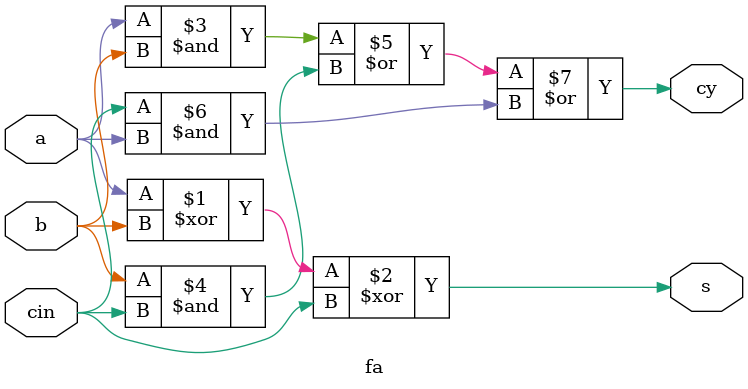
<source format=v>
`timescale 1ns / 1ps


module rca16_wof(
input [15:0]a,
input [15:0]b,
input cin,
output [15:0]s,
output c,
output ov
    );
wire [14:0]x;
fa f0(a[0],b[0],cin,s[0],x[0]);
fa f1(a[1],b[1],x[0],s[1],x[1]);
fa f2(a[2],b[2],x[1],s[2],x[2]);
fa f3(a[3],b[3],x[2],s[3],x[3]);
fa f4(a[4],b[4],x[3],s[4],x[4]);
fa f5(a[5],b[5],x[4],s[5],x[5]);
fa f6(a[6],b[6],x[5],s[6],x[6]);
fa f7(a[7],b[7],x[6],s[7],x[7]);
fa f8(a[8],b[8],x[7],s[8],x[8]);
fa f9(a[9],b[9],x[8],s[9],x[9]);
fa f10(a[10],b[10],x[9],s[10],x[10]);
fa f11(a[11],b[11],x[10],s[11],x[11]);
fa f12(a[12],b[12],x[11],s[12],x[12]);
fa f13(a[13],b[13],x[12],s[13],x[13]);
fa f14(a[14],b[14],x[13],s[14],x[14]);
fa f15(a[15],b[15],x[14],s[15],c);
assign ov=c^x[14];
endmodule
module fa(
input a,b,cin,
output s,cy
);
assign s=a^b^cin;
assign cy=a&b|b&cin|cin&a;

endmodule 

</source>
